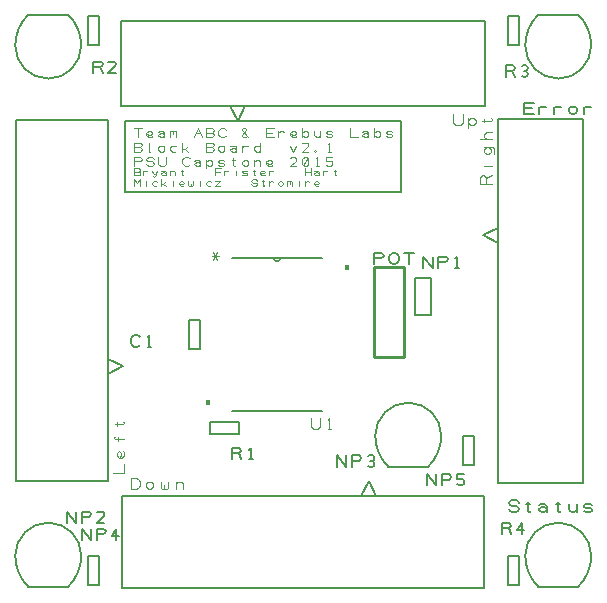
<source format=gbr>
%FSLAX14Y14*%
%MOIN*%
G04 EasyPC Gerber Version 18.0.1 Build 3581 *
%ADD11C,0.00100*%
%ADD23C,0.00300*%
%ADD71C,0.00500*%
%ADD22C,0.00600*%
%ADD24C,0.01000*%
X0Y0D02*
D02*
D11*
X4531Y14474D02*
X4569Y14455D01*
X4588Y14418*
X4569Y14380*
X4531Y14361*
X4400*
Y14586*
X4531*
X4569Y14568*
X4588Y14530*
X4569Y14493*
X4531Y14474*
X4400*
X4700Y14361D02*
Y14511D01*
Y14455D02*
X4719Y14493D01*
X4756Y14511*
X4794*
X4831Y14493*
X5000Y14511D02*
X5019Y14436D01*
X5056Y14399*
X5094*
X5131Y14436*
X5150Y14511*
X5131Y14436D02*
X5113Y14361D01*
X5094Y14324*
X5056Y14305*
X5019Y14324*
X5300Y14493D02*
X5338Y14511D01*
X5394*
X5431Y14493*
X5450Y14455*
Y14399*
X5431Y14380*
X5394Y14361*
X5356*
X5319Y14380*
X5300Y14399*
Y14418*
X5319Y14436*
X5356Y14455*
X5394*
X5431Y14436*
X5450Y14418*
Y14399D02*
Y14361D01*
X5600D02*
Y14511D01*
Y14455D02*
X5619Y14493D01*
X5656Y14511*
X5694*
X5731Y14493*
X5750Y14455*
Y14361*
X5938Y14511D02*
X6013D01*
X5975Y14549D02*
Y14380D01*
X5994Y14361*
X6013*
X6031Y14380*
X7100Y14361D02*
Y14586D01*
X7288*
X7250Y14474D02*
X7100D01*
X7400Y14361D02*
Y14511D01*
Y14455D02*
X7419Y14493D01*
X7456Y14511*
X7494*
X7531Y14493*
X7775Y14361D02*
Y14511D01*
Y14568D02*
X8000Y14380*
X8038Y14361D01*
X8113*
X8150Y14380*
Y14418*
X8113Y14436*
X8038*
X8000Y14455*
Y14493*
X8038Y14511*
X8113*
X8150Y14493*
X8338Y14511D02*
X8413D01*
X8375Y14549D02*
Y14380D01*
X8394Y14361*
X8413*
X8431Y14380*
X8750D02*
X8731Y14361D01*
X8694*
X8656*
X8619Y14380*
X8600Y14418*
Y14474*
X8619Y14493*
X8656Y14511*
X8694*
X8731Y14493*
X8750Y14474*
Y14455*
X8731Y14436*
X8694Y14418*
X8656*
X8619Y14436*
X8600Y14455*
X8900Y14361D02*
Y14511D01*
Y14455D02*
X8919Y14493D01*
X8956Y14511*
X8994*
X9031Y14493*
X10100Y14361D02*
Y14586D01*
Y14474D02*
X10288D01*
Y14361D02*
Y14586D01*
X10400Y14493D02*
X10438Y14511D01*
X10494*
X10531Y14493*
X10550Y14455*
Y14399*
X10531Y14380*
X10494Y14361*
X10456*
X10419Y14380*
X10400Y14399*
Y14418*
X10419Y14436*
X10456Y14455*
X10494*
X10531Y14436*
X10550Y14418*
Y14399D02*
Y14361D01*
X10700D02*
Y14511D01*
Y14455D02*
X10719Y14493D01*
X10756Y14511*
X10794*
X10831Y14493*
X11038Y14511D02*
X11113D01*
X11075Y14549D02*
Y14380D01*
X11094Y14361*
X11113*
X11131Y14380*
X4400Y14001D02*
Y14226D01*
X4494Y14114*
X4588Y14226*
Y14001*
X4775D02*
Y14151D01*
Y14208D02*
X5150Y14133*
X5113Y14151D01*
X5056*
X5019Y14133*
X5000Y14095*
Y14058*
X5019Y14020*
X5056Y14001*
X5113*
X5150Y14020*
X5300Y14001D02*
Y14226D01*
Y14076D02*
X5356D01*
X5450Y14151*
X5356Y14076D02*
X5450Y14001D01*
X5675D02*
Y14151D01*
Y14208D02*
X6050Y14020*
X6031Y14001D01*
X5994*
X5956*
X5919Y14020*
X5900Y14058*
Y14114*
X5919Y14133*
X5956Y14151*
X5994*
X6031Y14133*
X6050Y14114*
Y14095*
X6031Y14076*
X5994Y14058*
X5956*
X5919Y14076*
X5900Y14095*
X6200Y14151D02*
Y14020D01*
X6219Y14001*
X6256*
X6275Y14020*
Y14076*
Y14020D02*
X6294Y14001D01*
X6331*
X6350Y14020*
Y14151*
X6575Y14001D02*
Y14151D01*
Y14208D02*
X6950Y14133*
X6913Y14151D01*
X6856*
X6819Y14133*
X6800Y14095*
Y14058*
X6819Y14020*
X6856Y14001*
X6913*
X6950Y14020*
X7100Y14151D02*
X7250D01*
X7100Y14001*
X7250*
X8300Y14058D02*
X8319Y14020D01*
X8356Y14001*
X8431*
X8469Y14020*
X8488Y14058*
X8469Y14095*
X8431Y14114*
X8356*
X8319Y14133*
X8300Y14170*
X8319Y14208*
X8356Y14226*
X8431*
X8469Y14208*
X8488Y14170*
X8638Y14151D02*
X8713D01*
X8675Y14189D02*
Y14020D01*
X8694Y14001*
X8713*
X8731Y14020*
X8900Y14001D02*
Y14151D01*
Y14095D02*
X8919Y14133D01*
X8956Y14151*
X8994*
X9031Y14133*
X9200Y14058D02*
X9219Y14020D01*
X9256Y14001*
X9294*
X9331Y14020*
X9350Y14058*
Y14095*
X9331Y14133*
X9294Y14151*
X9256*
X9219Y14133*
X9200Y14095*
Y14058*
X9500Y14001D02*
Y14151D01*
Y14133D02*
X9519Y14151D01*
X9556*
X9575Y14133*
Y14076*
Y14133D02*
X9594Y14151D01*
X9631*
X9650Y14133*
Y14001*
X9875D02*
Y14151D01*
Y14208D02*
X10100Y14001*
Y14151D01*
Y14095D02*
X10119Y14133D01*
X10156Y14151*
X10194*
X10231Y14133*
X10550Y14020D02*
X10531Y14001D01*
X10494*
X10456*
X10419Y14020*
X10400Y14058*
Y14114*
X10419Y14133*
X10456Y14151*
X10494*
X10531Y14133*
X10550Y14114*
Y14095*
X10531Y14076*
X10494Y14058*
X10456*
X10419Y14076*
X10400Y14095*
X4525Y15630D02*
Y15930D01*
X4400D02*
X4650D01*
X5000Y15655D02*
X4975Y15630D01*
X4925*
X4875*
X4825Y15655*
X4800Y15705*
Y15780*
X4825Y15805*
X4875Y15830*
X4925*
X4975Y15805*
X5000Y15780*
Y15755*
X4975Y15730*
X4925Y15705*
X4875*
X4825Y15730*
X4800Y15755*
X5200Y15805D02*
X5250Y15830D01*
X5325*
X5375Y15805*
X5400Y15755*
Y15680*
X5375Y15655*
X5325Y15630*
X5275*
X5225Y15655*
X5200Y15680*
Y15705*
X5225Y15730*
X5275Y15755*
X5325*
X5375Y15730*
X5400Y15705*
Y15680D02*
Y15630D01*
X5600D02*
Y15830D01*
Y15805D02*
X5625Y15830D01*
X5675*
X5700Y15805*
Y15730*
Y15805D02*
X5725Y15830D01*
X5775*
X5800Y15805*
Y15630*
X6400D02*
X6525Y15930D01*
X6650Y15630*
X6450Y15755D02*
X6600D01*
X6975Y15780D02*
X7025Y15755D01*
X7050Y15705*
X7025Y15655*
X6975Y15630*
X6800*
Y15930*
X6975*
X7025Y15905*
X7050Y15855*
X7025Y15805*
X6975Y15780*
X6800*
X7450Y15680D02*
X7425Y15655D01*
X7375Y15630*
X7300*
X7250Y15655*
X7225Y15680*
X7200Y15730*
Y15830*
X7225Y15880*
X7250Y15905*
X7300Y15930*
X7375*
X7425Y15905*
X7450Y15880*
X8200Y15630D02*
X8000Y15855D01*
Y15905*
X8025Y15930*
X8100*
X8125Y15905*
Y15855*
X8000Y15705*
Y15655*
X8025Y15630*
X8125*
X8200Y15705*
X8800Y15630D02*
Y15930D01*
X9050*
X9000Y15780D02*
X8800D01*
Y15630D02*
X9050D01*
X9200D02*
Y15830D01*
Y15755D02*
X9225Y15805D01*
X9275Y15830*
X9325*
X9375Y15805*
X9800Y15655D02*
X9775Y15630D01*
X9725*
X9675*
X9625Y15655*
X9600Y15705*
Y15780*
X9625Y15805*
X9675Y15830*
X9725*
X9775Y15805*
X9800Y15780*
Y15755*
X9775Y15730*
X9725Y15705*
X9675*
X9625Y15730*
X9600Y15755*
X10000Y15705D02*
X10025Y15655D01*
X10075Y15630*
X10125*
X10175Y15655*
X10200Y15705*
Y15755*
X10175Y15805*
X10125Y15830*
X10075*
X10025Y15805*
X10000Y15755*
Y15630D02*
Y15930D01*
X10400Y15830D02*
Y15705D01*
X10425Y15655*
X10475Y15630*
X10525*
X10575Y15655*
X10600Y15705*
Y15830D02*
Y15630D01*
X10800Y15655D02*
X10850Y15630D01*
X10950*
X11000Y15655*
Y15705*
X10950Y15730*
X10850*
X10800Y15755*
Y15805*
X10850Y15830*
X10950*
X11000Y15805*
X11600Y15930D02*
Y15630D01*
X11850*
X12000Y15805D02*
X12050Y15830D01*
X12125*
X12175Y15805*
X12200Y15755*
Y15680*
X12175Y15655*
X12125Y15630*
X12075*
X12025Y15655*
X12000Y15680*
Y15705*
X12025Y15730*
X12075Y15755*
X12125*
X12175Y15730*
X12200Y15705*
Y15680D02*
Y15630D01*
X12400Y15705D02*
X12425Y15655D01*
X12475Y15630*
X12525*
X12575Y15655*
X12600Y15705*
Y15755*
X12575Y15805*
X12525Y15830*
X12475*
X12425Y15805*
X12400Y15755*
Y15630D02*
Y15930D01*
X12800Y15655D02*
X12850Y15630D01*
X12950*
X13000Y15655*
Y15705*
X12950Y15730*
X12850*
X12800Y15755*
Y15805*
X12850Y15830*
X12950*
X13000Y15805*
X4575Y15300D02*
X4625Y15275D01*
X4650Y15225*
X4625Y15175*
X4575Y15150*
X4400*
Y15450*
X4575*
X4625Y15425*
X4650Y15375*
X4625Y15325*
X4575Y15300*
X4400*
X4925Y15150D02*
X4900D01*
Y15450*
X5200Y15225D02*
X5225Y15175D01*
X5275Y15150*
X5325*
X5375Y15175*
X5400Y15225*
Y15275*
X5375Y15325*
X5325Y15350*
X5275*
X5225Y15325*
X5200Y15275*
Y15225*
X5800Y15325D02*
X5750Y15350D01*
X5675*
X5625Y15325*
X5600Y15275*
Y15225*
X5625Y15175*
X5675Y15150*
X5750*
X5800Y15175*
X6000Y15150D02*
Y15450D01*
Y15250D02*
X6075D01*
X6200Y15350*
X6075Y15250D02*
X6200Y15150D01*
X6975Y15300D02*
X7025Y15275D01*
X7050Y15225*
X7025Y15175*
X6975Y15150*
X6800*
Y15450*
X6975*
X7025Y15425*
X7050Y15375*
X7025Y15325*
X6975Y15300*
X6800*
X7200Y15225D02*
X7225Y15175D01*
X7275Y15150*
X7325*
X7375Y15175*
X7400Y15225*
Y15275*
X7375Y15325*
X7325Y15350*
X7275*
X7225Y15325*
X7200Y15275*
Y15225*
X7600Y15325D02*
X7650Y15350D01*
X7725*
X7775Y15325*
X7800Y15275*
Y15200*
X7775Y15175*
X7725Y15150*
X7675*
X7625Y15175*
X7600Y15200*
Y15225*
X7625Y15250*
X7675Y15275*
X7725*
X7775Y15250*
X7800Y15225*
Y15200D02*
Y15150D01*
X8000D02*
Y15350D01*
Y15275D02*
X8025Y15325D01*
X8075Y15350*
X8125*
X8175Y15325*
X8600Y15275D02*
X8575Y15325D01*
X8525Y15350*
X8475*
X8425Y15325*
X8400Y15275*
Y15225*
X8425Y15175*
X8475Y15150*
X8525*
X8575Y15175*
X8600Y15225*
Y15150D02*
Y15450D01*
X9600Y15350D02*
X9700Y15150D01*
X9800Y15350*
X10200Y15150D02*
X10000D01*
X10175Y15325*
X10200Y15375*
X10175Y15425*
X10125Y15450*
X10050*
X10000Y15425*
X10425Y15150D02*
X10450Y15175D01*
X10425Y15200*
X10400Y15175*
X10425Y15150*
X10850D02*
X10950D01*
X10900D02*
Y15450D01*
X10850Y15400*
X4400Y14670D02*
Y14970D01*
X4575*
X4625Y14945*
X4650Y14895*
X4625Y14845*
X4575Y14820*
X4400*
X4800Y14745D02*
X4825Y14695D01*
X4875Y14670*
X4975*
X5025Y14695*
X5050Y14745*
X5025Y14795*
X4975Y14820*
X4875*
X4825Y14845*
X4800Y14895*
X4825Y14945*
X4875Y14970*
X4975*
X5025Y14945*
X5050Y14895*
X5200Y14970D02*
Y14745D01*
X5225Y14695*
X5275Y14670*
X5375*
X5425Y14695*
X5450Y14745*
Y14970*
X6250Y14720D02*
X6225Y14695D01*
X6175Y14670*
X6100*
X6050Y14695*
X6025Y14720*
X6000Y14770*
Y14870*
X6025Y14920*
X6050Y14945*
X6100Y14970*
X6175*
X6225Y14945*
X6250Y14920*
X6400Y14845D02*
X6450Y14870D01*
X6525*
X6575Y14845*
X6600Y14795*
Y14720*
X6575Y14695*
X6525Y14670*
X6475*
X6425Y14695*
X6400Y14720*
Y14745*
X6425Y14770*
X6475Y14795*
X6525*
X6575Y14770*
X6600Y14745*
Y14720D02*
Y14670D01*
X6800Y14870D02*
Y14595D01*
Y14745D02*
X6825Y14695D01*
X6875Y14670*
X6925*
X6975Y14695*
X7000Y14745*
Y14795*
X6975Y14845*
X6925Y14870*
X6875*
X6825Y14845*
X6800Y14795*
Y14745*
X7200Y14695D02*
X7250Y14670D01*
X7350*
X7400Y14695*
Y14745*
X7350Y14770*
X7250*
X7200Y14795*
Y14845*
X7250Y14870*
X7350*
X7400Y14845*
X7650Y14870D02*
X7750D01*
X7700Y14920D02*
Y14695D01*
X7725Y14670*
X7750*
X7775Y14695*
X8000Y14745D02*
X8025Y14695D01*
X8075Y14670*
X8125*
X8175Y14695*
X8200Y14745*
Y14795*
X8175Y14845*
X8125Y14870*
X8075*
X8025Y14845*
X8000Y14795*
Y14745*
X8400Y14670D02*
Y14870D01*
Y14795D02*
X8425Y14845D01*
X8475Y14870*
X8525*
X8575Y14845*
X8600Y14795*
Y14670*
X9000Y14695D02*
X8975Y14670D01*
X8925*
X8875*
X8825Y14695*
X8800Y14745*
Y14820*
X8825Y14845*
X8875Y14870*
X8925*
X8975Y14845*
X9000Y14820*
Y14795*
X8975Y14770*
X8925Y14745*
X8875*
X8825Y14770*
X8800Y14795*
X9800Y14670D02*
X9600D01*
X9775Y14845*
X9800Y14895*
X9775Y14945*
X9725Y14970*
X9650*
X9600Y14945*
X10025Y14695D02*
X10075Y14670D01*
X10125*
X10175Y14695*
X10200Y14745*
Y14895*
X10175Y14945*
X10125Y14970*
X10075*
X10025Y14945*
X10000Y14895*
Y14745*
X10025Y14695*
X10175Y14945*
X10450Y14670D02*
X10550D01*
X10500D02*
Y14970D01*
X10450Y14920*
X10800Y14695D02*
X10850Y14670D01*
X10925*
X10975Y14695*
X11000Y14745*
Y14770*
X10975Y14820*
X10925Y14845*
X10800*
Y14970*
X11000*
X6790Y6880D02*
Y6730D01*
X6890*
Y6880*
X6790*
G36*
Y6730*
X6890*
Y6880*
X6790*
G37*
X11510Y11380D02*
Y11230D01*
X11410*
Y11380*
X11510*
G36*
Y11230*
X11410*
Y11380*
X11510*
G37*
D02*
D71*
X425Y18680D02*
G75*
G03X1525Y17580I1100D01*
G01*
G75*
G03X2625Y18680J1100*
G01*
G75*
G03X2195Y19710I-1458J-4*
G01*
X855*
G75*
G03X425Y18680I1028J-1034*
G01*
X2150Y2774D02*
Y3149D01*
X2463Y2774*
Y3149*
X2650Y2774D02*
Y3149D01*
X2869*
X2931Y3118*
X2963Y3055*
X2931Y2993*
X2869Y2961*
X2650*
X3400Y2774D02*
X3150D01*
X3369Y2993*
X3400Y3055*
X3369Y3118*
X3306Y3149*
X3213*
X3150Y3118*
X2625Y1680D02*
G75*
G03X1525Y2780I-1100D01*
G01*
G75*
G03X425Y1680J-1100*
G01*
G75*
G03X855Y650I1458J4*
G01*
X2195*
G75*
G03X2625Y1680I-1028J1034*
G01*
X2635Y2204D02*
Y2579D01*
X2948Y2204*
Y2579*
X3135Y2204D02*
Y2579D01*
X3354*
X3416Y2548*
X3448Y2485*
X3416Y2423*
X3354Y2391*
X3135*
X3791Y2204D02*
Y2579D01*
X3635Y2329*
X3885*
X2835Y1660D02*
X3215D01*
Y700*
X2835*
Y1660*
X3025Y17774D02*
Y18149D01*
X3244*
X3306Y18118*
X3338Y18055*
X3306Y17993*
X3244Y17961*
X3025*
X3244D02*
X3338Y17774D01*
X3775D02*
X3525D01*
X3744Y17993*
X3775Y18055*
X3744Y18118*
X3681Y18149*
X3588*
X3525Y18118*
X3215Y18700D02*
X2835D01*
Y19660*
X3215*
Y18700*
X4075Y13805D02*
X13275D01*
Y16180*
X4075*
Y13805*
X4588Y8711D02*
X4556Y8680D01*
X4494Y8649*
X4400*
X4338Y8680*
X4306Y8711*
X4275Y8774*
Y8899*
X4306Y8961*
X4338Y8993*
X4400Y9024*
X4494*
X4556Y8993*
X4588Y8961*
X4838Y8649D02*
X4963D01*
X4900D02*
Y9024D01*
X4838Y8961*
X6590Y8575D02*
X6210D01*
Y9535*
X6590*
Y8575*
X7650Y4899D02*
Y5274D01*
X7869*
X7931Y5243*
X7963Y5180*
X7931Y5118*
X7869Y5086*
X7650*
X7869D02*
X7963Y4899D01*
X8213D02*
X8338D01*
X8275D02*
Y5274D01*
X8213Y5211*
X7880Y6120D02*
Y5740D01*
X6920*
Y6120*
X7880*
X11150Y4649D02*
Y5024D01*
X11463Y4649*
Y5024*
X11650Y4649D02*
Y5024D01*
X11869*
X11931Y4993*
X11963Y4930*
X11931Y4868*
X11869Y4836*
X11650*
X12181Y4680D02*
X12244Y4649D01*
X12306*
X12369Y4680*
X12400Y4743*
X12369Y4805*
X12306Y4836*
X12244*
X12306D02*
X12369Y4868D01*
X12400Y4930*
X12369Y4993*
X12306Y5024*
X12244*
X12181Y4993*
X12400Y11399D02*
Y11774D01*
X12619*
X12681Y11743*
X12713Y11680*
X12681Y11618*
X12619Y11586*
X12400*
X12900Y11524D02*
Y11649D01*
X12931Y11711*
X12963Y11743*
X13025Y11774*
X13088*
X13150Y11743*
X13181Y11711*
X13213Y11649*
Y11524*
X13181Y11461*
X13150Y11430*
X13088Y11399*
X13025*
X12963Y11430*
X12931Y11461*
X12900Y11524*
X13556Y11399D02*
Y11774D01*
X13400D02*
X13713D01*
X13760Y10920D02*
X14290D01*
Y9690*
X13760*
Y10920*
X14025Y11274D02*
Y11649D01*
X14338Y11274*
Y11649*
X14525Y11274D02*
Y11649D01*
X14744*
X14806Y11618*
X14838Y11555*
X14806Y11493*
X14744Y11461*
X14525*
X15088Y11274D02*
X15213D01*
X15150D02*
Y11649D01*
X15088Y11586*
X14150Y4024D02*
Y4399D01*
X14463Y4024*
Y4399*
X14650Y4024D02*
Y4399D01*
X14869*
X14931Y4368*
X14963Y4305*
X14931Y4243*
X14869Y4211*
X14650*
X15150Y4055D02*
X15213Y4024D01*
X15306*
X15369Y4055*
X15400Y4118*
Y4149*
X15369Y4211*
X15306Y4243*
X15150*
Y4399*
X15400*
X14625Y5680D02*
G75*
G03X13525Y6780I-1100D01*
G01*
G75*
G03X12425Y5680J-1100*
G01*
G75*
G03X12855Y4650I1458J4*
G01*
X14195*
G75*
G03X14625Y5680I-1028J1034*
G01*
X15715Y4700D02*
X15335D01*
Y5660*
X15715*
Y4700*
X16650Y2399D02*
Y2774D01*
X16869*
X16931Y2743*
X16963Y2680*
X16931Y2618*
X16869Y2586*
X16650*
X16869D02*
X16963Y2399D01*
X17306D02*
Y2774D01*
X17150Y2524*
X17400*
X16775Y17649D02*
Y18024D01*
X16994*
X17056Y17993*
X17088Y17930*
X17056Y17868*
X16994Y17836*
X16775*
X16994D02*
X17088Y17649D01*
X17306Y17680D02*
X17369Y17649D01*
X17431*
X17494Y17680*
X17525Y17743*
X17494Y17805*
X17431Y17836*
X17369*
X17431D02*
X17494Y17868D01*
X17525Y17930*
X17494Y17993*
X17431Y18024*
X17369*
X17306Y17993*
X16900Y3243D02*
X16931Y3180D01*
X16994Y3149*
X17119*
X17181Y3180*
X17213Y3243*
X17181Y3305*
X17119Y3336*
X16994*
X16931Y3368*
X16900Y3430*
X16931Y3493*
X16994Y3524*
X17119*
X17181Y3493*
X17213Y3430*
X17463Y3399D02*
X17588D01*
X17525Y3461D02*
Y3180D01*
X17556Y3149*
X17588*
X17619Y3180*
X17900Y3368D02*
X17963Y3399D01*
X18056*
X18119Y3368*
X18150Y3305*
Y3211*
X18119Y3180*
X18056Y3149*
X17994*
X17931Y3180*
X17900Y3211*
Y3243*
X17931Y3274*
X17994Y3305*
X18056*
X18119Y3274*
X18150Y3243*
Y3211D02*
Y3149D01*
X18463Y3399D02*
X18588D01*
X18525Y3461D02*
Y3180D01*
X18556Y3149*
X18588*
X18619Y3180*
X18900Y3399D02*
Y3243D01*
X18931Y3180*
X18994Y3149*
X19056*
X19119Y3180*
X19150Y3243*
Y3399D02*
Y3149D01*
X19400Y3180D02*
X19463Y3149D01*
X19588*
X19650Y3180*
Y3243*
X19588Y3274*
X19463*
X19400Y3305*
Y3368*
X19463Y3399*
X19588*
X19650Y3368*
X17215Y700D02*
X16835D01*
Y1660*
X17215*
Y700*
Y18700D02*
X16835D01*
Y19660*
X17215*
Y18700*
X17400Y16399D02*
Y16774D01*
X17713*
X17650Y16586D02*
X17400D01*
Y16399D02*
X17713D01*
X17900D02*
Y16649D01*
Y16555D02*
X17931Y16618D01*
X17994Y16649*
X18056*
X18119Y16618*
X18400Y16399D02*
Y16649D01*
Y16555D02*
X18431Y16618D01*
X18494Y16649*
X18556*
X18619Y16618*
X18900Y16493D02*
X18931Y16430D01*
X18994Y16399*
X19056*
X19119Y16430*
X19150Y16493*
Y16555*
X19119Y16618*
X19056Y16649*
X18994*
X18931Y16618*
X18900Y16555*
Y16493*
X19400Y16399D02*
Y16649D01*
Y16555D02*
X19431Y16618D01*
X19494Y16649*
X19556*
X19619Y16618*
X17425Y18680D02*
G75*
G03X18525Y17580I1100D01*
G01*
G75*
G03X19625Y18680J1100*
G01*
G75*
G03X19195Y19710I-1458J-4*
G01*
X17855*
G75*
G03X17425Y18680I1028J-1034*
G01*
X19625Y1680D02*
G75*
G03X18525Y2780I-1100D01*
G01*
G75*
G03X17425Y1680J-1100*
G01*
G75*
G03X17855Y650I1458J4*
G01*
X19195*
G75*
G03X19625Y1680I-1028J1034*
G01*
D02*
D22*
X3525Y4155D02*
Y16205D01*
X455*
Y4155*
X3525*
Y7749D02*
X4025Y7999D01*
X3525Y8249*
X3960Y16680D02*
X16090D01*
Y19500*
X3960*
Y16680*
X7594D02*
X7844Y16180D01*
X8094Y16680*
X7650Y6495D02*
X10650D01*
X9030Y11615D02*
G75*
G03X9270I120D01*
G01*
X10650D02*
X7650D01*
X12456Y3680D02*
X12206Y4180D01*
X11956Y3680*
X16050D02*
X4000D01*
Y610*
X16050*
Y3680*
X16525Y12611D02*
X16025Y12361D01*
X16525Y12111*
Y16245D02*
Y4115D01*
X19345*
Y16245*
X16525*
D02*
D23*
X3681Y4430D02*
X4056D01*
Y4743*
X4025Y5180D02*
X4056Y5149D01*
Y5086*
Y5024*
X4025Y4961*
X3962Y4930*
X3869*
X3837Y4961*
X3806Y5024*
Y5086*
X3837Y5149*
X3869Y5180*
X3900*
X3931Y5149*
X3962Y5086*
Y5024*
X3931Y4961*
X3900Y4930*
X4056Y5555D02*
X3744D01*
X3712Y5586*
Y5618*
X3744Y5649*
X3837Y5493D02*
Y5618D01*
X3806Y5993D02*
Y6118D01*
X3744Y6055D02*
X4025D01*
X4056Y6086*
Y6118*
X4025Y6149*
X4275Y3899D02*
Y4274D01*
X4463*
X4525Y4243*
X4556Y4211*
X4588Y4149*
Y4024*
X4556Y3961*
X4525Y3930*
X4463Y3899*
X4275*
X4775Y3993D02*
X4806Y3930D01*
X4869Y3899*
X4931*
X4994Y3930*
X5025Y3993*
Y4055*
X4994Y4118*
X4931Y4149*
X4869*
X4806Y4118*
X4775Y4055*
Y3993*
X5275Y4149D02*
Y3930D01*
X5306Y3899*
X5369*
X5400Y3930*
Y4024*
Y3930D02*
X5431Y3899D01*
X5494*
X5525Y3930*
Y4149*
X5775Y3899D02*
Y4149D01*
Y4055D02*
X5806Y4118D01*
X5869Y4149*
X5931*
X5994Y4118*
X6025Y4055*
Y3899*
X6970Y11674D02*
X7220D01*
X7033Y11549D02*
X7158Y11799D01*
X7033D02*
X7158Y11549D01*
X10275Y6274D02*
Y5993D01*
X10306Y5930*
X10369Y5899*
X10494*
X10556Y5930*
X10588Y5993*
Y6274*
X10838Y5899D02*
X10963D01*
X10900D02*
Y6274D01*
X10838Y6211*
X15025Y16399D02*
Y16118D01*
X15056Y16055*
X15119Y16024*
X15244*
X15306Y16055*
X15338Y16118*
Y16399*
X15525Y16274D02*
Y15930D01*
Y16118D02*
X15556Y16055D01*
X15619Y16024*
X15681*
X15744Y16055*
X15775Y16118*
Y16180*
X15744Y16243*
X15681Y16274*
X15619*
X15556Y16243*
X15525Y16180*
Y16118*
X16306Y14055D02*
X15931D01*
Y14274*
X15962Y14336*
X16025Y14368*
X16087Y14336*
X16119Y14274*
Y14055*
Y14274D02*
X16306Y14368D01*
Y14680D02*
X16056D01*
X15962D02*
X16150Y15305*
X16087Y15274D01*
X16056Y15211*
Y15149*
X16087Y15086*
X16150Y15055*
X16181*
X16244Y15086*
X16275Y15149*
Y15211*
X16244Y15274*
X16181Y15305*
X16056D02*
X16306D01*
X16369Y15274*
X16400Y15211*
Y15118*
X16369Y15055*
X16306Y15555D02*
X15931D01*
X16150D02*
X16087Y15586D01*
X16056Y15649*
Y15711*
X16087Y15774*
X16150Y15805*
X16306*
X16056Y16118D02*
Y16243D01*
X15994Y16180D02*
X16275D01*
X16306Y16211*
Y16243*
X16275Y16274*
D02*
D24*
X13400Y8305D02*
Y11305D01*
X12400*
Y8305*
X13400*
X0Y0D02*
M02*

</source>
